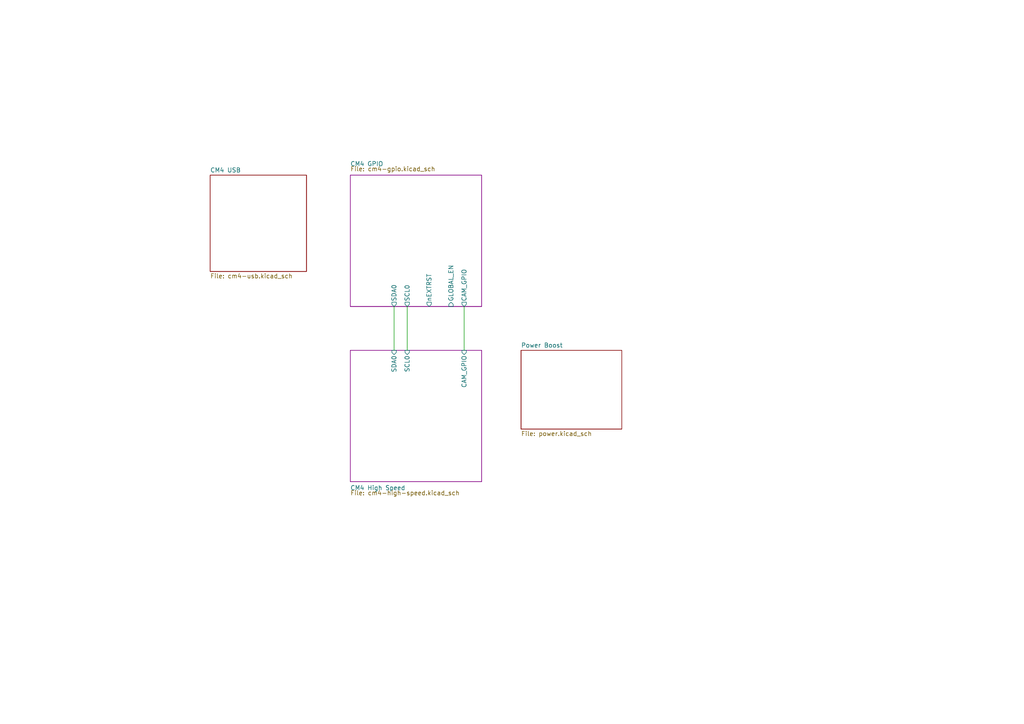
<source format=kicad_sch>
(kicad_sch (version 20211123) (generator eeschema)

  (uuid 152b5bab-c5c3-4ff4-8ed3-042949e71f6c)

  (paper "A4")

  (title_block
    (title "EZhud CM4 Carrier Board")
    (date "2022-07-17")
    (rev "v01")
    (company "ClearNav")
  )

  (lib_symbols
  )


  (wire (pts (xy 114.3 88.9) (xy 114.3 101.6))
    (stroke (width 0) (type default) (color 0 0 0 0))
    (uuid 01836aec-a531-4022-b9b3-e7b8332894e5)
  )
  (wire (pts (xy 134.62 88.9) (xy 134.62 101.6))
    (stroke (width 0) (type default) (color 0 0 0 0))
    (uuid 38a278e1-8546-43fb-ad2e-f9269c405de0)
  )
  (wire (pts (xy 118.11 88.9) (xy 118.11 101.6))
    (stroke (width 0) (type default) (color 0 0 0 0))
    (uuid 65b332a1-5403-4310-bfff-518189b79ddb)
  )

  (sheet (at 151.13 101.6) (size 29.21 22.86) (fields_autoplaced)
    (stroke (width 0.1524) (type solid) (color 0 0 0 0))
    (fill (color 0 0 0 0.0000))
    (uuid 386fb051-4f91-4459-bb87-be4befc3e405)
    (property "Sheet name" "Power Boost" (id 0) (at 151.13 100.8884 0)
      (effects (font (size 1.27 1.27)) (justify left bottom))
    )
    (property "Sheet file" "power.kicad_sch" (id 1) (at 151.13 125.0446 0)
      (effects (font (size 1.27 1.27)) (justify left top))
    )
  )

  (sheet (at 60.96 50.8) (size 27.94 27.94) (fields_autoplaced)
    (stroke (width 0.1524) (type solid) (color 0 0 0 0))
    (fill (color 0 0 0 0.0000))
    (uuid 80b3ec30-dff9-4fba-8eb2-38f839a90eec)
    (property "Sheet name" "CM4 USB" (id 0) (at 60.96 50.0884 0)
      (effects (font (size 1.27 1.27)) (justify left bottom))
    )
    (property "Sheet file" "cm4-usb.kicad_sch" (id 1) (at 60.96 79.3246 0)
      (effects (font (size 1.27 1.27)) (justify left top))
    )
  )

  (sheet (at 101.6 101.6) (size 38.1 38.1)
    (stroke (width 0) (type solid) (color 132 0 132 1))
    (fill (color 255 255 255 0.0000))
    (uuid caa71f4c-454d-4ac9-b287-456eafb34991)
    (property "Sheet name" "CM4 High Speed" (id 0) (at 101.6 142.24 0)
      (effects (font (size 1.27 1.27)) (justify left bottom))
    )
    (property "Sheet file" "cm4-high-speed.kicad_sch" (id 1) (at 101.6 142.24 0)
      (effects (font (size 1.27 1.27)) (justify left top))
    )
    (pin "SCL0" input (at 118.11 101.6 90)
      (effects (font (size 1.27 1.27)) (justify right))
      (uuid b0d669cd-3300-4054-94bb-7c6a50c6dbff)
    )
    (pin "SDA0" input (at 114.3 101.6 90)
      (effects (font (size 1.27 1.27)) (justify right))
      (uuid 0806300d-cba8-4665-9efd-6e64c5c4ec03)
    )
    (pin "CAM_GPIO" input (at 134.62 101.6 90)
      (effects (font (size 1.27 1.27)) (justify right))
      (uuid d777e90e-ce73-4fe2-9189-0ca5a6f9f822)
    )
  )

  (sheet (at 101.6 50.8) (size 38.1 38.1)
    (stroke (width 0) (type solid) (color 132 0 132 1))
    (fill (color 255 255 255 0.0000))
    (uuid fc4c71a5-1008-4ac4-98db-57c838c57d91)
    (property "Sheet name" "CM4 GPIO" (id 0) (at 101.6 48.26 0)
      (effects (font (size 1.27 1.27)) (justify left bottom))
    )
    (property "Sheet file" "cm4-gpio.kicad_sch" (id 1) (at 101.6 48.26 0)
      (effects (font (size 1.27 1.27)) (justify left top))
    )
    (pin "CAM_GPIO" output (at 134.62 88.9 270)
      (effects (font (size 1.27 1.27)) (justify left))
      (uuid 6db4a3e2-f85f-4067-8448-e13676e1ffd6)
    )
    (pin "GLOBAL_EN" input (at 130.81 88.9 270)
      (effects (font (size 1.27 1.27)) (justify left))
      (uuid b993cd63-3dbb-4ee6-879f-62e3a541d165)
    )
    (pin "nEXTRST" output (at 124.46 88.9 270)
      (effects (font (size 1.27 1.27)) (justify left))
      (uuid be712798-4358-4d7a-87ad-043837e14397)
    )
    (pin "SCL0" output (at 118.11 88.9 270)
      (effects (font (size 1.27 1.27)) (justify left))
      (uuid 0efc9a0d-b5f8-40d4-ac9a-c4cd53e24d42)
    )
    (pin "SDA0" output (at 114.3 88.9 270)
      (effects (font (size 1.27 1.27)) (justify left))
      (uuid b2ab4a42-d180-4c3e-8f00-6dcb36114b50)
    )
  )

  (sheet_instances
    (path "/" (page "1"))
    (path "/fc4c71a5-1008-4ac4-98db-57c838c57d91" (page "3"))
    (path "/caa71f4c-454d-4ac9-b287-456eafb34991" (page "3"))
    (path "/386fb051-4f91-4459-bb87-be4befc3e405" (page "4"))
    (path "/80b3ec30-dff9-4fba-8eb2-38f839a90eec" (page "5"))
  )

  (symbol_instances
    (path "/fc4c71a5-1008-4ac4-98db-57c838c57d91/230650eb-8852-4c76-b63c-12ec79910b81"
      (reference "#PWR01") (unit 1) (value "GND") (footprint "")
    )
    (path "/fc4c71a5-1008-4ac4-98db-57c838c57d91/31551326-27c6-4bba-a0c0-abe772948a8c"
      (reference "#PWR02") (unit 1) (value "GND") (footprint "")
    )
    (path "/fc4c71a5-1008-4ac4-98db-57c838c57d91/049c221b-e3e1-40f9-a396-3f293052ca1c"
      (reference "#PWR03") (unit 1) (value "GND") (footprint "")
    )
    (path "/fc4c71a5-1008-4ac4-98db-57c838c57d91/898a97c3-0a9a-4c94-a06a-ddfc7b7f4555"
      (reference "#PWR04") (unit 1) (value "GND") (footprint "")
    )
    (path "/fc4c71a5-1008-4ac4-98db-57c838c57d91/51a5af22-bb24-4d2f-aea9-e606192671f7"
      (reference "#PWR05") (unit 1) (value "GND") (footprint "")
    )
    (path "/fc4c71a5-1008-4ac4-98db-57c838c57d91/6af0edc9-0167-411e-b1b5-74b1a7c11321"
      (reference "#PWR06") (unit 1) (value "GND") (footprint "")
    )
    (path "/fc4c71a5-1008-4ac4-98db-57c838c57d91/3769a0fe-656c-4acf-9434-e8b54dd34154"
      (reference "#PWR07") (unit 1) (value "GND") (footprint "")
    )
    (path "/caa71f4c-454d-4ac9-b287-456eafb34991/0d0caf91-4ece-48ed-a178-43a8b49f3526"
      (reference "#PWR08") (unit 1) (value "GND") (footprint "")
    )
    (path "/caa71f4c-454d-4ac9-b287-456eafb34991/81f0d702-912e-410d-83f3-c9f3bd3f7f28"
      (reference "#PWR09") (unit 1) (value "GND") (footprint "")
    )
    (path "/caa71f4c-454d-4ac9-b287-456eafb34991/3a578cf2-6926-4ca5-97a4-9989b09a86f3"
      (reference "#PWR010") (unit 1) (value "GND") (footprint "")
    )
    (path "/caa71f4c-454d-4ac9-b287-456eafb34991/6361b662-c12d-4228-811a-5d50b74fee14"
      (reference "#PWR011") (unit 1) (value "GND") (footprint "")
    )
    (path "/caa71f4c-454d-4ac9-b287-456eafb34991/f091687e-e25a-4da1-bfb7-2f4a6424f466"
      (reference "#PWR012") (unit 1) (value "GND") (footprint "")
    )
    (path "/caa71f4c-454d-4ac9-b287-456eafb34991/9ce8d392-0dd9-45ce-a29a-18711e55d037"
      (reference "#PWR013") (unit 1) (value "GND") (footprint "")
    )
    (path "/caa71f4c-454d-4ac9-b287-456eafb34991/fc271ce5-95d1-4948-b3e5-05a5f0910f88"
      (reference "#PWR014") (unit 1) (value "GND") (footprint "")
    )
    (path "/386fb051-4f91-4459-bb87-be4befc3e405/536979fc-87e9-4a07-b968-6666697b6116"
      (reference "#PWR015") (unit 1) (value "GND") (footprint "")
    )
    (path "/386fb051-4f91-4459-bb87-be4befc3e405/f0de7673-5bfd-473b-a5b0-51e9cc9511a5"
      (reference "#PWR016") (unit 1) (value "GND") (footprint "")
    )
    (path "/386fb051-4f91-4459-bb87-be4befc3e405/9135ffe4-751d-454e-8ed9-5a3b86a742c4"
      (reference "#PWR017") (unit 1) (value "GND") (footprint "")
    )
    (path "/386fb051-4f91-4459-bb87-be4befc3e405/6df838c6-2cba-47fa-90a0-6d2e53e78427"
      (reference "#PWR018") (unit 1) (value "GND") (footprint "")
    )
    (path "/386fb051-4f91-4459-bb87-be4befc3e405/a2f4b30c-536f-484d-b05a-3109ffe7e651"
      (reference "#PWR019") (unit 1) (value "GND") (footprint "")
    )
    (path "/386fb051-4f91-4459-bb87-be4befc3e405/8b5721ce-2e30-44cf-b7b6-ec1312b3d192"
      (reference "#PWR020") (unit 1) (value "GND") (footprint "")
    )
    (path "/386fb051-4f91-4459-bb87-be4befc3e405/dc8c9727-640f-477e-b8f2-9bf2f6e8ebd8"
      (reference "#PWR021") (unit 1) (value "GND") (footprint "")
    )
    (path "/386fb051-4f91-4459-bb87-be4befc3e405/3131b49d-a52a-421b-ad4e-52bd6dee0318"
      (reference "#PWR022") (unit 1) (value "GND") (footprint "")
    )
    (path "/386fb051-4f91-4459-bb87-be4befc3e405/82f59718-20bc-46f2-b43a-a7542e918f70"
      (reference "#PWR023") (unit 1) (value "GND") (footprint "")
    )
    (path "/386fb051-4f91-4459-bb87-be4befc3e405/2537512a-fcab-45c4-a787-8e43911570ec"
      (reference "#PWR024") (unit 1) (value "GND") (footprint "")
    )
    (path "/386fb051-4f91-4459-bb87-be4befc3e405/8e6eba76-5f36-4153-b51d-5785853ee83a"
      (reference "#PWR025") (unit 1) (value "GND") (footprint "")
    )
    (path "/386fb051-4f91-4459-bb87-be4befc3e405/e5ff2938-4176-4300-aecc-d48ea8809860"
      (reference "#PWR026") (unit 1) (value "GND") (footprint "")
    )
    (path "/386fb051-4f91-4459-bb87-be4befc3e405/d15e7c85-9e35-4c90-9879-b06ca3f2cf38"
      (reference "#PWR027") (unit 1) (value "GND") (footprint "")
    )
    (path "/386fb051-4f91-4459-bb87-be4befc3e405/ee3b9661-f849-4847-b1a6-e4010b466d28"
      (reference "#PWR028") (unit 1) (value "GND") (footprint "")
    )
    (path "/386fb051-4f91-4459-bb87-be4befc3e405/b19acfad-3cff-4f3d-ac7b-633f275821db"
      (reference "#PWR029") (unit 1) (value "GND") (footprint "")
    )
    (path "/386fb051-4f91-4459-bb87-be4befc3e405/edc569ea-62a8-49d8-9608-2335094d2564"
      (reference "#PWR030") (unit 1) (value "GND") (footprint "")
    )
    (path "/386fb051-4f91-4459-bb87-be4befc3e405/a7e02de6-0cee-4749-a0d3-de4e8cac4338"
      (reference "#PWR031") (unit 1) (value "GND") (footprint "")
    )
    (path "/386fb051-4f91-4459-bb87-be4befc3e405/8fff54ea-2889-480f-afc1-fe7f5f3fa3af"
      (reference "#PWR032") (unit 1) (value "GND") (footprint "")
    )
    (path "/386fb051-4f91-4459-bb87-be4befc3e405/97578ace-f80e-42ff-ac11-6255573d3400"
      (reference "#PWR033") (unit 1) (value "GND") (footprint "")
    )
    (path "/386fb051-4f91-4459-bb87-be4befc3e405/19172c57-f3cb-4845-ae89-6003ae7b11d9"
      (reference "#PWR034") (unit 1) (value "GND") (footprint "")
    )
    (path "/386fb051-4f91-4459-bb87-be4befc3e405/b1f19bd6-dfb9-49c3-8cd1-6f40f38d8b53"
      (reference "#PWR035") (unit 1) (value "GND") (footprint "")
    )
    (path "/80b3ec30-dff9-4fba-8eb2-38f839a90eec/ef8f1c6e-0a25-40c5-a7f0-695b8f569853"
      (reference "#PWR036") (unit 1) (value "GND") (footprint "")
    )
    (path "/80b3ec30-dff9-4fba-8eb2-38f839a90eec/9df97a04-0611-4a48-9d74-e43d0536acbd"
      (reference "#PWR037") (unit 1) (value "GND") (footprint "")
    )
    (path "/80b3ec30-dff9-4fba-8eb2-38f839a90eec/d37bb93e-81c5-450e-87ea-340a867a4b16"
      (reference "#PWR038") (unit 1) (value "GND") (footprint "")
    )
    (path "/80b3ec30-dff9-4fba-8eb2-38f839a90eec/16b4974b-839b-4174-bb25-7a2b50d5f5e7"
      (reference "#PWR039") (unit 1) (value "GND") (footprint "")
    )
    (path "/80b3ec30-dff9-4fba-8eb2-38f839a90eec/5cf304bb-7239-43ae-9895-ca8ee3bedd58"
      (reference "#PWR040") (unit 1) (value "GND") (footprint "")
    )
    (path "/80b3ec30-dff9-4fba-8eb2-38f839a90eec/cb71bbd5-6601-467f-a4bb-35b7229d99d4"
      (reference "#PWR041") (unit 1) (value "GND") (footprint "")
    )
    (path "/80b3ec30-dff9-4fba-8eb2-38f839a90eec/34648250-13b7-4d15-bd6d-bdaac470093a"
      (reference "#PWR042") (unit 1) (value "GND") (footprint "")
    )
    (path "/80b3ec30-dff9-4fba-8eb2-38f839a90eec/6f3c7673-8987-4429-9a98-11d910ab7aae"
      (reference "#PWR043") (unit 1) (value "GND") (footprint "")
    )
    (path "/80b3ec30-dff9-4fba-8eb2-38f839a90eec/c2f3bdde-884e-42c6-a08d-657d2297706c"
      (reference "#PWR044") (unit 1) (value "GND") (footprint "")
    )
    (path "/80b3ec30-dff9-4fba-8eb2-38f839a90eec/7ad5983e-456c-48c0-b906-9f254aebd108"
      (reference "#PWR045") (unit 1) (value "GND") (footprint "")
    )
    (path "/80b3ec30-dff9-4fba-8eb2-38f839a90eec/17ef4b02-cc52-4ac3-a2be-c8a14a1175fc"
      (reference "#PWR048") (unit 1) (value "GND") (footprint "")
    )
    (path "/80b3ec30-dff9-4fba-8eb2-38f839a90eec/80fe3583-06ff-47de-aee7-fb64744473c1"
      (reference "#PWR049") (unit 1) (value "GND") (footprint "")
    )
    (path "/80b3ec30-dff9-4fba-8eb2-38f839a90eec/dcfe84c1-079d-4e10-9770-e039a01c54f5"
      (reference "#PWR051") (unit 1) (value "GND") (footprint "")
    )
    (path "/80b3ec30-dff9-4fba-8eb2-38f839a90eec/40d47dcb-ec25-436f-bb3f-5250b02fcd10"
      (reference "#PWR052") (unit 1) (value "GND") (footprint "")
    )
    (path "/80b3ec30-dff9-4fba-8eb2-38f839a90eec/5cfb38e2-0a9d-4728-be7b-97618f55a8b3"
      (reference "#PWR053") (unit 1) (value "GND") (footprint "")
    )
    (path "/80b3ec30-dff9-4fba-8eb2-38f839a90eec/f58bfde7-3b61-4b30-9d6c-1e39bad106e9"
      (reference "#PWR054") (unit 1) (value "GND") (footprint "")
    )
    (path "/80b3ec30-dff9-4fba-8eb2-38f839a90eec/46be328f-9df3-4740-87a5-db7b95668d1f"
      (reference "#PWR055") (unit 1) (value "GND") (footprint "")
    )
    (path "/386fb051-4f91-4459-bb87-be4befc3e405/14731356-33f9-4806-850c-b7aec51f245e"
      (reference "#U$01") (unit 1) (value "VBAT") (footprint "Adafruit PowerBoost 1000C Rev B:")
    )
    (path "/386fb051-4f91-4459-bb87-be4befc3e405/fc1b36cd-1484-4202-90f1-fa0f2d1bd0fc"
      (reference "#U$02") (unit 1) (value "VBAT") (footprint "Adafruit PowerBoost 1000C Rev B:")
    )
    (path "/386fb051-4f91-4459-bb87-be4befc3e405/051a62c7-f8e7-4251-8925-ae6ddb62c79f"
      (reference "#U$03") (unit 1) (value "VLIPO") (footprint "Adafruit PowerBoost 1000C Rev B:")
    )
    (path "/386fb051-4f91-4459-bb87-be4befc3e405/40f6e941-5736-4a20-b78e-6f96bbc1b67f"
      (reference "#U$04") (unit 1) (value "VBAT") (footprint "Adafruit PowerBoost 1000C Rev B:")
    )
    (path "/386fb051-4f91-4459-bb87-be4befc3e405/3ecd0d21-39ab-4b92-8630-feee0b540874"
      (reference "#U$05") (unit 1) (value "VBAT") (footprint "Adafruit PowerBoost 1000C Rev B:")
    )
    (path "/386fb051-4f91-4459-bb87-be4befc3e405/a2c50ed5-b612-43fe-b651-07fad9f0272c"
      (reference "#U$06") (unit 1) (value "VBAT") (footprint "Adafruit PowerBoost 1000C Rev B:")
    )
    (path "/386fb051-4f91-4459-bb87-be4befc3e405/0802b7d7-a448-4bd4-b4e9-8f6cb0d8d251"
      (reference "#U$07") (unit 1) (value "VLIPO") (footprint "Adafruit PowerBoost 1000C Rev B:")
    )
    (path "/386fb051-4f91-4459-bb87-be4befc3e405/f4bf1aab-858e-44c7-a80e-d1de7a7e6831"
      (reference "B1") (unit 1) (value "JST 2-PH") (footprint "Adafruit PowerBoost 1000C Rev B:JSTPH2")
    )
    (path "/fc4c71a5-1008-4ac4-98db-57c838c57d91/7bb2520b-f7bd-40e5-9783-b65d4997ef87"
      (reference "C1") (unit 1) (value "10u") (footprint "Capacitor_SMD:C_0805_2012Metric")
    )
    (path "/caa71f4c-454d-4ac9-b287-456eafb34991/cf0df662-c6b7-460d-a877-310caabec773"
      (reference "C2") (unit 1) (value "100n") (footprint "Capacitor_SMD:C_0402_1005Metric")
    )
    (path "/caa71f4c-454d-4ac9-b287-456eafb34991/6655319a-2bf5-43e8-b364-a8bbd7e241ac"
      (reference "C3") (unit 1) (value "100n") (footprint "Capacitor_SMD:C_0402_1005Metric")
    )
    (path "/386fb051-4f91-4459-bb87-be4befc3e405/6452024f-3d92-4591-ab96-bd3ad425947c"
      (reference "C4") (unit 1) (value "10u") (footprint "Capacitor_SMD:C_0805_2012Metric")
    )
    (path "/386fb051-4f91-4459-bb87-be4befc3e405/3abc3072-280c-4a0f-8137-9b1215feb977"
      (reference "C5") (unit 1) (value "0.1u") (footprint "Capacitor_SMD:C_0805_2012Metric")
    )
    (path "/386fb051-4f91-4459-bb87-be4befc3e405/4ff110f8-1949-4697-bb7b-4fd51fd08e80"
      (reference "C6") (unit 1) (value "2.2u") (footprint "Capacitor_SMD:C_0805_2012Metric")
    )
    (path "/386fb051-4f91-4459-bb87-be4befc3e405/b3be8083-71dd-41f9-a333-54fa2dd15e61"
      (reference "C7") (unit 1) (value "100u") (footprint "Capacitor_SMD:C_1210_3225Metric")
    )
    (path "/386fb051-4f91-4459-bb87-be4befc3e405/fe7f79b3-6522-4baa-b4d9-787820dcb924"
      (reference "C8") (unit 1) (value "10u") (footprint "Capacitor_SMD:C_0805_2012Metric")
    )
    (path "/386fb051-4f91-4459-bb87-be4befc3e405/9ea25432-84e7-4b84-85d4-b885faf67cc7"
      (reference "C9") (unit 1) (value "10u") (footprint "Capacitor_SMD:C_0805_2012Metric")
    )
    (path "/80b3ec30-dff9-4fba-8eb2-38f839a90eec/006e50ee-47df-4799-aed8-2ba2efc0ba0b"
      (reference "C10") (unit 1) (value "27pF") (footprint "Capacitor_SMD:C_0402_1005Metric")
    )
    (path "/80b3ec30-dff9-4fba-8eb2-38f839a90eec/bf17b1cc-28f8-45ce-b152-1942a3e58187"
      (reference "C11") (unit 1) (value "10u") (footprint "Capacitor_SMD:C_0805_2012Metric")
    )
    (path "/80b3ec30-dff9-4fba-8eb2-38f839a90eec/01185241-b273-4dff-ba4f-083e2688a25a"
      (reference "C12") (unit 1) (value "27pF") (footprint "Capacitor_SMD:C_0402_1005Metric")
    )
    (path "/80b3ec30-dff9-4fba-8eb2-38f839a90eec/2c3bba31-edae-4aed-8360-d6d0db02180a"
      (reference "C13") (unit 1) (value "10u") (footprint "Capacitor_SMD:C_0805_2012Metric")
    )
    (path "/80b3ec30-dff9-4fba-8eb2-38f839a90eec/e29f39e4-8154-4b34-a6dc-8d439155280f"
      (reference "C14") (unit 1) (value "100n") (footprint "Capacitor_SMD:C_0402_1005Metric")
    )
    (path "/80b3ec30-dff9-4fba-8eb2-38f839a90eec/c41cef98-fad0-4101-b40d-30133cac6ee1"
      (reference "C15") (unit 1) (value "100n") (footprint "Capacitor_SMD:C_0402_1005Metric")
    )
    (path "/80b3ec30-dff9-4fba-8eb2-38f839a90eec/1ad44126-289d-4120-82a5-b4851a81aa9c"
      (reference "C16") (unit 1) (value "100n") (footprint "Capacitor_SMD:C_0402_1005Metric")
    )
    (path "/80b3ec30-dff9-4fba-8eb2-38f839a90eec/f842d274-63b6-4d34-b83e-10711f965747"
      (reference "C17") (unit 1) (value "100n") (footprint "Capacitor_SMD:C_0402_1005Metric")
    )
    (path "/80b3ec30-dff9-4fba-8eb2-38f839a90eec/4e34575d-c1b4-451b-bb63-d420104d3b4a"
      (reference "C18") (unit 1) (value "100n") (footprint "Capacitor_SMD:C_0402_1005Metric")
    )
    (path "/80b3ec30-dff9-4fba-8eb2-38f839a90eec/6541957e-95ee-40f6-b44f-e2670f6ad0f8"
      (reference "C19") (unit 1) (value "100n") (footprint "Capacitor_SMD:C_0402_1005Metric")
    )
    (path "/80b3ec30-dff9-4fba-8eb2-38f839a90eec/72aa53b0-24ff-48bb-9067-c1b587565d10"
      (reference "C20") (unit 1) (value "10u") (footprint "Capacitor_SMD:C_0805_2012Metric")
    )
    (path "/80b3ec30-dff9-4fba-8eb2-38f839a90eec/ec48836b-3dae-465a-8d32-7885bc376516"
      (reference "C21") (unit 1) (value "100uF") (footprint "Capacitor_Tantalum_SMD:CP_EIA-7343-31_Kemet-D")
    )
    (path "/80b3ec30-dff9-4fba-8eb2-38f839a90eec/c469ec86-3657-4476-8685-f6ce6e48675f"
      (reference "C22") (unit 1) (value "10u") (footprint "Capacitor_SMD:C_0805_2012Metric")
    )
    (path "/80b3ec30-dff9-4fba-8eb2-38f839a90eec/616d071d-8ebb-40bf-84a1-ff08685f861a"
      (reference "C23") (unit 1) (value "10u") (footprint "Capacitor_SMD:C_0805_2012Metric")
    )
    (path "/80b3ec30-dff9-4fba-8eb2-38f839a90eec/cb263add-ac7a-4971-a98d-8de5159fd9e8"
      (reference "C24") (unit 1) (value "10u") (footprint "Capacitor_SMD:C_0805_2012Metric")
    )
    (path "/80b3ec30-dff9-4fba-8eb2-38f839a90eec/8cabcdcd-4eda-4a97-9773-50a1c885a5f8"
      (reference "C25") (unit 1) (value "10u") (footprint "Capacitor_SMD:C_0805_2012Metric")
    )
    (path "/386fb051-4f91-4459-bb87-be4befc3e405/288bca5f-a87f-4eae-8277-d16b156a1dbb"
      (reference "CHRG/LBO1") (unit 1) (value "ORANGE") (footprint "Adafruit PowerBoost 1000C Rev B:CHIPLED_0805_NOOUTLINE")
    )
    (path "/fc4c71a5-1008-4ac4-98db-57c838c57d91/c059c553-d9b7-45bb-adc0-7992769945fb"
      (reference "D1") (unit 1) (value "LED Green") (footprint "LED_SMD:LED_0603_1608Metric")
    )
    (path "/fc4c71a5-1008-4ac4-98db-57c838c57d91/6538759f-b145-41c6-a75f-5175f396b492"
      (reference "D2") (unit 1) (value "LED Red") (footprint "LED_SMD:LED_0603_1608Metric")
    )
    (path "/386fb051-4f91-4459-bb87-be4befc3e405/df7c0eb4-b1f3-4ca4-898a-5547a7589bdf"
      (reference "DONE1") (unit 1) (value "GREEN") (footprint "Adafruit PowerBoost 1000C Rev B:CHIPLED_0805_NOOUTLINE")
    )
    (path "/fc4c71a5-1008-4ac4-98db-57c838c57d91/4b255e73-1389-41f3-9c85-9c9ad87b24dc"
      (reference "J1") (unit 1) (value "DNP") (footprint "Connector_PinHeader_2.54mm:PinHeader_1x10_P2.54mm_Vertical")
    )
    (path "/fc4c71a5-1008-4ac4-98db-57c838c57d91/dba04b92-918e-4fe7-9962-5fb4cf774975"
      (reference "J2") (unit 1) (value "Micro_SD_Card_Det") (footprint "CM4IO:SDCARD_MOLEX_503398-1892")
    )
    (path "/caa71f4c-454d-4ac9-b287-456eafb34991/a4de42c6-5441-46f7-94ff-b9b4a6fb40d0"
      (reference "J3") (unit 1) (value "Conn_01x22_Female") (footprint "Connector_FFC-FPC:Hirose_FH12-22S-0.5SH_1x22-1MP_P0.50mm_Horizontal")
    )
    (path "/caa71f4c-454d-4ac9-b287-456eafb34991/21c1087b-f062-443d-84ab-12803b4a64b8"
      (reference "J4") (unit 1) (value "690-019-298-412") (footprint "CM4IO:EDAC 690-019-298-412")
    )
    (path "/386fb051-4f91-4459-bb87-be4befc3e405/59f984cc-686b-43f1-8a15-dc881f8fd010"
      (reference "J5") (unit 1) (value "USB_OTG") (footprint "CM4IO:USB_Micro-B_EDAC_UCON00686")
    )
    (path "/80b3ec30-dff9-4fba-8eb2-38f839a90eec/39c50986-29e5-487a-822b-530d15f12d9e"
      (reference "J7") (unit 1) (value "USB-A-S-X-X-TH") (footprint "USB-A-S-X-X-TH:SAMTEC_USB-A-S-X-X-TH")
    )
    (path "/386fb051-4f91-4459-bb87-be4befc3e405/c4f6e2b0-7d33-4db1-a8ac-bc4f52bdb205"
      (reference "JP1") (unit 1) (value "HEADER-1X8ROUND") (footprint "Adafruit PowerBoost 1000C Rev B:1X08_ROUND")
    )
    (path "/386fb051-4f91-4459-bb87-be4befc3e405/e465e0e0-7963-4970-9b59-afdde71b94ce"
      (reference "L1") (unit 1) (value "6.8uH") (footprint "Adafruit PowerBoost 1000C Rev B:INDUCTOR_5X5MM_TDK_VLC5045")
    )
    (path "/386fb051-4f91-4459-bb87-be4befc3e405/94cece19-302d-4d70-b170-95be53862a9b"
      (reference "LED1") (unit 1) (value "RED") (footprint "LED_SMD:LED_0805_2012Metric")
    )
    (path "/386fb051-4f91-4459-bb87-be4befc3e405/53d3b81a-80c4-41ee-a6f4-f565a5ac8dca"
      (reference "LED2") (unit 1) (value "BLUE") (footprint "LED_SMD:LED_0805_2012Metric")
    )
    (path "/fc4c71a5-1008-4ac4-98db-57c838c57d91/463d59ed-ef45-4402-9140-190527b0aff8"
      (reference "Module1") (unit 1) (value "ComputeModule4-CM4") (footprint "CM4IO:Raspberry-Pi-4-Compute-Module")
    )
    (path "/caa71f4c-454d-4ac9-b287-456eafb34991/fafda8be-1326-444e-bcc1-8cb4aded3240"
      (reference "Module1") (unit 2) (value "ComputeModule4-CM4") (footprint "CM4IO:Raspberry-Pi-4-Compute-Module")
    )
    (path "/fc4c71a5-1008-4ac4-98db-57c838c57d91/4db965f1-6f99-445c-909b-7122a80932fc"
      (reference "R1") (unit 1) (value "1k") (footprint "Resistor_SMD:R_0402_1005Metric")
    )
    (path "/fc4c71a5-1008-4ac4-98db-57c838c57d91/4b59cd79-a820-4bb3-a7ba-27f7db077bb7"
      (reference "R2") (unit 1) (value "1k") (footprint "Resistor_SMD:R_0402_1005Metric")
    )
    (path "/fc4c71a5-1008-4ac4-98db-57c838c57d91/492ad060-b7d5-4534-bb78-76e320a042fa"
      (reference "R3") (unit 1) (value "nf") (footprint "Resistor_SMD:R_0402_1005Metric")
    )
    (path "/fc4c71a5-1008-4ac4-98db-57c838c57d91/b626339c-d2e9-4d65-96bd-c94ca7ac0554"
      (reference "R4") (unit 1) (value "nf") (footprint "Resistor_SMD:R_0402_1005Metric")
    )
    (path "/fc4c71a5-1008-4ac4-98db-57c838c57d91/4c41b769-5d32-475c-a315-68bd087c1287"
      (reference "R5") (unit 1) (value "12K 1%") (footprint "Resistor_SMD:R_0402_1005Metric")
    )
    (path "/386fb051-4f91-4459-bb87-be4befc3e405/4460f5bb-5cde-455f-ab5f-4be36f650914"
      (reference "R6") (unit 1) (value "1.87M") (footprint "Resistor_SMD:R_0805_2012Metric")
    )
    (path "/386fb051-4f91-4459-bb87-be4befc3e405/fe3a1106-460d-4ec3-b25c-141c07e11455"
      (reference "R7") (unit 1) (value "340k") (footprint "Resistor_SMD:R_0805_2012Metric")
    )
    (path "/386fb051-4f91-4459-bb87-be4befc3e405/9af62967-a819-4c4c-9f49-65a839ff8862"
      (reference "R8") (unit 1) (value "200k") (footprint "Resistor_SMD:R_0805_2012Metric")
    )
    (path "/386fb051-4f91-4459-bb87-be4befc3e405/1dd67806-003d-4da2-802a-440fea3acf77"
      (reference "R9") (unit 1) (value "1.87M") (footprint "Resistor_SMD:R_0805_2012Metric")
    )
    (path "/386fb051-4f91-4459-bb87-be4befc3e405/5441dd81-3794-4fda-b458-a7c1cae12809"
      (reference "R10") (unit 1) (value "200k") (footprint "Resistor_SMD:R_0805_2012Metric")
    )
    (path "/386fb051-4f91-4459-bb87-be4befc3e405/62577d76-c77b-4d3b-b3ea-1fe1be749fd1"
      (reference "R11") (unit 1) (value "1k") (footprint "Resistor_SMD:R_0402_1005Metric")
    )
    (path "/386fb051-4f91-4459-bb87-be4befc3e405/a2fb677a-b318-42d2-83a7-fa8b8d8a632b"
      (reference "R12") (unit 1) (value "1k") (footprint "Resistor_SMD:R_0402_1005Metric")
    )
    (path "/386fb051-4f91-4459-bb87-be4befc3e405/25370359-4469-492e-934f-9667bfac6d97"
      (reference "R13") (unit 1) (value "1k") (footprint "Resistor_SMD:R_0402_1005Metric")
    )
    (path "/386fb051-4f91-4459-bb87-be4befc3e405/c5c98071-573a-4094-b191-9f83dc594e37"
      (reference "R14") (unit 1) (value "1k") (footprint "Resistor_SMD:R_0402_1005Metric")
    )
    (path "/386fb051-4f91-4459-bb87-be4befc3e405/9e7d0865-7df7-49d3-8ca8-70fe6182e78d"
      (reference "R15") (unit 1) (value "1k") (footprint "Resistor_SMD:R_0402_1005Metric")
    )
    (path "/386fb051-4f91-4459-bb87-be4befc3e405/eb244eee-0b3a-41ef-913b-5ac374d503cd"
      (reference "R16") (unit 1) (value "270k") (footprint "Resistor_SMD:R_0402_1005Metric")
    )
    (path "/386fb051-4f91-4459-bb87-be4befc3e405/7052bd2a-6382-469b-a7f2-960bdd13bd5c"
      (reference "R17") (unit 1) (value "1k") (footprint "Resistor_SMD:R_0402_1005Metric")
    )
    (path "/386fb051-4f91-4459-bb87-be4befc3e405/bba52cbc-9231-45e3-8896-5223be411a4a"
      (reference "R18") (unit 1) (value "100k") (footprint "Resistor_SMD:R_0402_1005Metric")
    )
    (path "/80b3ec30-dff9-4fba-8eb2-38f839a90eec/1d0ccaa1-b2db-4f9c-8c40-c162b4b2eaa4"
      (reference "R19") (unit 1) (value "36K 1%") (footprint "Resistor_SMD:R_0402_1005Metric")
    )
    (path "/80b3ec30-dff9-4fba-8eb2-38f839a90eec/7c105905-cfd4-4d00-b4fa-16bc10a2b502"
      (reference "R20") (unit 1) (value "36K 1%") (footprint "Resistor_SMD:R_0402_1005Metric")
    )
    (path "/80b3ec30-dff9-4fba-8eb2-38f839a90eec/11a25776-5ba0-4b00-97c9-50b8382abc6e"
      (reference "R21") (unit 1) (value "36K 1%") (footprint "Resistor_SMD:R_0402_1005Metric")
    )
    (path "/80b3ec30-dff9-4fba-8eb2-38f839a90eec/f17ef49a-e8d6-4c72-8417-54d8435b641f"
      (reference "R22") (unit 1) (value "12K 1%") (footprint "Resistor_SMD:R_0402_1005Metric")
    )
    (path "/80b3ec30-dff9-4fba-8eb2-38f839a90eec/11e6edbe-d444-47ed-9501-a4eec9e1239e"
      (reference "R23") (unit 1) (value "36K 1%") (footprint "Resistor_SMD:R_0402_1005Metric")
    )
    (path "/80b3ec30-dff9-4fba-8eb2-38f839a90eec/9d92fb51-fceb-4f43-8040-ab97735a0e2d"
      (reference "R24") (unit 1) (value "15K 1%") (footprint "Resistor_SMD:R_0402_1005Metric")
    )
    (path "/386fb051-4f91-4459-bb87-be4befc3e405/72048614-8b16-4fab-a65e-70c52f9ca013"
      (reference "T1") (unit 1) (value "MMUN2133LT1G") (footprint "Adafruit PowerBoost 1000C Rev B:SC59-BEC")
    )
    (path "/386fb051-4f91-4459-bb87-be4befc3e405/e795e8f3-d5b1-4c99-841a-68ca08cce44e"
      (reference "THERM1") (unit 1) (value "15K") (footprint "Adafruit PowerBoost 1000C Rev B:0805-NO")
    )
    (path "/fc4c71a5-1008-4ac4-98db-57c838c57d91/a5e822db-7cba-4bb1-b993-ebb8e48d849d"
      (reference "TP1") (unit 1) (value "TestPoint") (footprint "TestPoint:TestPoint_Pad_2.0x2.0mm")
    )
    (path "/fc4c71a5-1008-4ac4-98db-57c838c57d91/58553d6c-a49c-4406-aa81-4d5133461eb5"
      (reference "TP2") (unit 1) (value "TestPoint") (footprint "TestPoint:TestPoint_Pad_2.0x2.0mm")
    )
    (path "/fc4c71a5-1008-4ac4-98db-57c838c57d91/dbd9c48e-8046-49d7-8df5-0779b9b8c107"
      (reference "U1") (unit 1) (value "74LVC1G07SE-7") (footprint "Package_TO_SOT_SMD:SOT-353_SC-70-5")
    )
    (path "/fc4c71a5-1008-4ac4-98db-57c838c57d91/8a0c4c01-bc2f-4cd2-90bf-c10f396b334f"
      (reference "U2") (unit 1) (value "RT9742GGJ5") (footprint "Package_TO_SOT_SMD:SOT-23-5")
    )
    (path "/caa71f4c-454d-4ac9-b287-456eafb34991/c9657e2b-d750-4802-ba43-405f6cb076e2"
      (reference "U3") (unit 1) (value "RT9742SNGV") (footprint "Package_TO_SOT_SMD:SOT-23")
    )
    (path "/386fb051-4f91-4459-bb87-be4befc3e405/33e1459c-0d5f-45de-95b1-c2ef2af0e934"
      (reference "U4") (unit 1) (value "TPS61090RSAR") (footprint "Adafruit PowerBoost 1000C Rev B:PVQFN-16")
    )
    (path "/386fb051-4f91-4459-bb87-be4befc3e405/fb305712-2dc6-4fc3-95b3-61ea9bf864f4"
      (reference "U5") (unit 1) (value "MCP73871") (footprint "Adafruit PowerBoost 1000C Rev B:QFN20_4MM")
    )
    (path "/80b3ec30-dff9-4fba-8eb2-38f839a90eec/bf764501-e7f7-4674-912a-5aa1b68c9b59"
      (reference "U6") (unit 1) (value "USB2514B-I/M2") (footprint "Package_DFN_QFN:QFN-36-1EP_6x6mm_P0.5mm_EP3.7x3.7mm")
    )
    (path "/80b3ec30-dff9-4fba-8eb2-38f839a90eec/af9759bd-90e9-4da3-b172-ab2dd689f447"
      (reference "U7") (unit 1) (value "AP22653W6") (footprint "Package_TO_SOT_SMD:SOT-23-6")
    )
    (path "/386fb051-4f91-4459-bb87-be4befc3e405/0bdff9b3-40ac-436c-a0e9-581d38f3aa67"
      (reference "X1") (unit 1) (value "TERMBLOCK_1X2") (footprint "Adafruit PowerBoost 1000C Rev B:TERMBLOCK_1X2-3.5MM")
    )
    (path "/80b3ec30-dff9-4fba-8eb2-38f839a90eec/49be9b67-9f95-4615-a5e9-1f251b3407ff"
      (reference "Y1") (unit 1) (value "24MHz") (footprint "Crystal:Crystal_SMD_HC49-SD")
    )
  )
)

</source>
